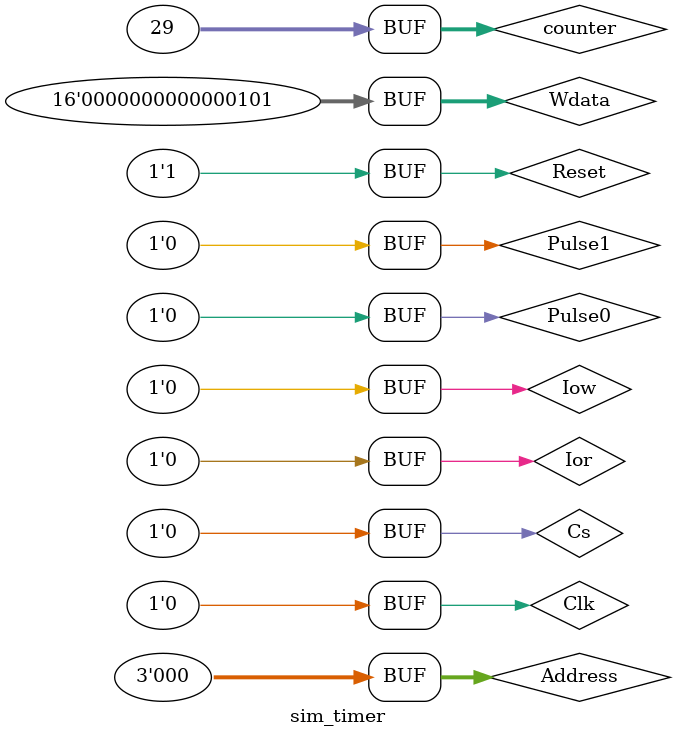
<source format=v>
`timescale 1ns / 1ps


module sim_timer(
    );
//input Reset,input [2:0] Address,input Cs,input Clk,input Iow,input Ior ,input [15:0] Wdata, output [15:0] Rdata,
//input Pulse0 ,input Pulse1,output Cout0,output Cout1 
//Debug wires:output [15:0] state_reg0,output [15:0] function_reg0,output [15:0] cur_value_reg0,output [15:0] cur_cnt_value_reg0   ,output run_one_period0,output refresh_reg0
    //input -> reg ; output->wire
    reg Reset;
    reg [2:0] Address;
    reg Cs;
    reg Clk;
    reg Iow;
    reg Ior;
    reg [15:0] Wdata;
    wire [15:0] Rdata;
    reg Pulse0;
    reg Pulse1;
    wire Cout0;
    wire Cout1;  
    //Below are debug wires
    wire [15:0] state_reg0; wire [15:0] function_reg0; wire [15:0] cur_value_reg0; wire [15:0] cur_cnt_value_reg0;
    wire run_one_period0;wire refresh_reg0;
    
    dev_timer uut_timer(Reset,Address,Cs,Clk,Iow,Ior,Wdata,Rdata,Pulse0,Pulse1,Cout0,Cout1/*,state_reg0,function_reg0,cur_value_reg0,cur_cnt_value_reg0,run_one_period0,refresh_reg0*/);
    reg [31:0] counter;
   
   //ÏÂÃæÊÇ²âÊÔ¼ÆÊýµÄ´úÂë
   always
        begin
            Reset = 1; Address[2:0]=0; Cs=0; Clk=0; Iow=0; Ior=0; Wdata[15:0]=0; Pulse0=0; Pulse1=0; counter=0;
            #5;
            Reset = 0;//ÖØÖÃ
            #5;
            Reset = 1;
            Address[2:0]=3'd0;//·½Ê½¼Ä´æÆ÷0
            Cs=1;Iow=1;Ior=0;
            Wdata[15:0]=16'h0001;//Ð´ÈëÑ­»· ¼ÆÊý
            Clk=1;
            #5;
            Cs=0;Iow=0;Ior=0;
            Clk=0;
            #5;
    
            Address[2:0]=3'd4;//³õÖµ¼Ä´æÆ÷0
            Cs=1;Iow=1;Ior=0;
            Wdata[15:0]=16'd5;//Ð´Èë6µ½³õÖµ¼Ä´æÆ÷0
            Clk=1;
            #5;
            Clk=0;
            #5;
            Cs=0;Iow=0;Ior=0;
            
            for(counter=0;counter<29;counter=counter+1)
            begin
                Pulse0=1;
                Clk=1;
                #5;
                Pulse0=0;
                Clk=0;
                #5;
                if(counter==15)
                    begin//²âÊÔ¶Á×´Ì¬¼Ä´æÆ÷
                           Address[2:0]=3'd0;//×´Ì¬¼Ä´æÆ÷0
                           Cs=1;Iow=0;Ior=1;
                           Clk=1;
                           #5;
                           Clk=0;
                           #5;
                           Cs=0;Iow=0;Ior=0;
                    end
            end
    end
   
   
   
   
   
   /* 
   //ÏÂÃæÊÇ²âÊÔ¶¨Ê±µÄ´úÂë
    always
    begin
        Reset = 1; Address[2:0]=0; Cs=0; Clk=0; Iow=0; Ior=0; Wdata[15:0]=0; Pulse0=0; Pulse1=0; counter=0;
        #5;
        Reset = 0;//ÖØÖÃ
        #5;
        Reset = 1;
        Address[2:0]=3'd0;//·½Ê½¼Ä´æÆ÷0
        Cs=1;Iow=1;Ior=0;
        Wdata[15:0]=16'h0000;//Ð´ÈëÑ­»· ¶¨Ê±
        Clk=1;
        #5;
        Cs=0;Iow=0;Ior=0;
        Clk=0;
        #5;

        Address[2:0]=3'd4;//³õÖµ¼Ä´æÆ÷0
        Cs=1;Iow=1;Ior=0;
        Wdata[15:0]=16'd7;//Ð´Èë6µ½³õÖµ¼Ä´æÆ÷0
        Clk=1;
        #5;
        Clk=0;
        #5;
        Cs=0;Iow=0;Ior=0;
        
        for(counter=0;counter<29;counter=counter+1)
        begin
            Clk=1;
            #5;
            Clk=0;
            #5;
            if(counter==4 || counter==15)
            begin//²âÊÔ¶Á×´Ì¬¼Ä´æÆ÷
                   Address[2:0]=3'd0;//×´Ì¬¼Ä´æÆ÷0
                   Cs=1;Iow=0;Ior=1;
                   Clk=1;
                   #5;
                   Clk=0;
                   #5;
                   Cs=0;Iow=0;Ior=0;
            end
        end

       
        for(counter=0;counter<100;counter=counter+1)
        begin
            Clk=1;
            #5;
            Clk=0;
            #5;
        end
    end
    */
    
endmodule

</source>
